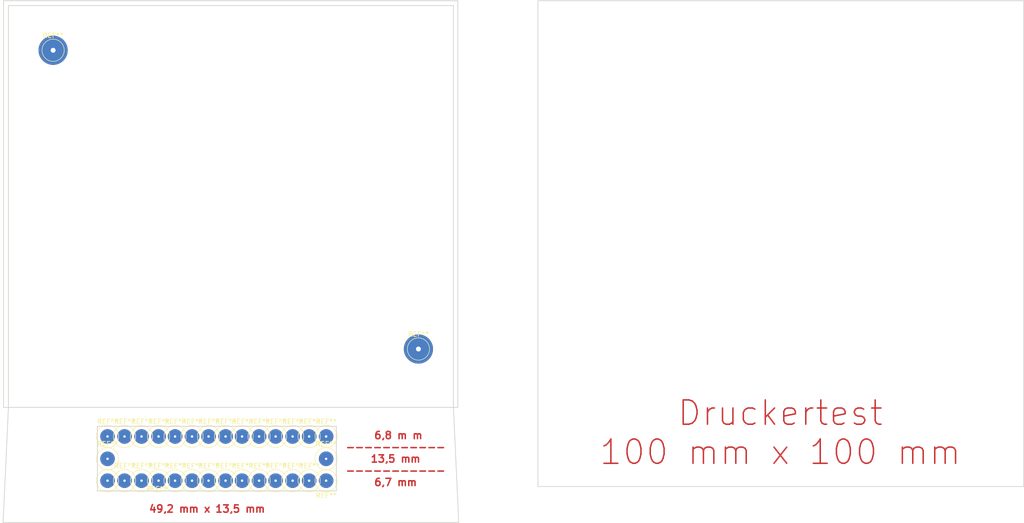
<source format=kicad_pcb>
(kicad_pcb (version 4) (host pcbnew 4.0.7-e2-6376~58~ubuntu16.04.1)

  (general
    (links 0)
    (no_connects 0)
    (area 48.600001 49.924999 260.075001 157.475001)
    (thickness 1.6)
    (drawings 28)
    (tracks 0)
    (zones 0)
    (modules 32)
    (nets 1)
  )

  (page A4)
  (title_block
    (title "SRSEIi Schablone für Aussparung")
    (date 2018-08-04)
    (rev V1.0)
  )

  (layers
    (0 F.Cu signal)
    (31 B.Cu signal)
    (32 B.Adhes user)
    (33 F.Adhes user)
    (34 B.Paste user)
    (35 F.Paste user)
    (36 B.SilkS user)
    (37 F.SilkS user)
    (38 B.Mask user)
    (39 F.Mask user)
    (40 Dwgs.User user)
    (41 Cmts.User user)
    (42 Eco1.User user)
    (43 Eco2.User user)
    (44 Edge.Cuts user)
    (45 Margin user)
    (46 B.CrtYd user)
    (47 F.CrtYd user)
    (48 B.Fab user)
    (49 F.Fab user)
  )

  (setup
    (last_trace_width 0.25)
    (trace_clearance 0.2)
    (zone_clearance 0.508)
    (zone_45_only no)
    (trace_min 0.2)
    (segment_width 0.2)
    (edge_width 0.15)
    (via_size 0.6)
    (via_drill 0.4)
    (via_min_size 0.4)
    (via_min_drill 0.3)
    (uvia_size 0.3)
    (uvia_drill 0.1)
    (uvias_allowed no)
    (uvia_min_size 0.2)
    (uvia_min_drill 0.1)
    (pcb_text_width 0.3)
    (pcb_text_size 1.5 1.5)
    (mod_edge_width 0.15)
    (mod_text_size 1 1)
    (mod_text_width 0.15)
    (pad_size 3 3)
    (pad_drill 0.5)
    (pad_to_mask_clearance 0.2)
    (aux_axis_origin 50 133.7)
    (visible_elements FFFFFF7F)
    (pcbplotparams
      (layerselection 0x00030_80000001)
      (usegerberextensions false)
      (excludeedgelayer true)
      (linewidth 0.100000)
      (plotframeref false)
      (viasonmask false)
      (mode 1)
      (useauxorigin false)
      (hpglpennumber 1)
      (hpglpenspeed 20)
      (hpglpendiameter 15)
      (hpglpenoverlay 2)
      (psnegative false)
      (psa4output false)
      (plotreference true)
      (plotvalue true)
      (plotinvisibletext false)
      (padsonsilk false)
      (subtractmaskfromsilk false)
      (outputformat 1)
      (mirror false)
      (drillshape 0)
      (scaleselection 1)
      (outputdirectory ""))
  )

  (net 0 "")

  (net_class Default "This is the default net class."
    (clearance 0.2)
    (trace_width 0.25)
    (via_dia 0.6)
    (via_drill 0.4)
    (uvia_dia 0.3)
    (uvia_drill 0.1)
  )

  (module Connectors:1pin (layer F.Cu) (tedit 5B6607CC) (tstamp 5B6D2826)
    (at 85.3 139.7)
    (descr "module 1 pin (ou trou mecanique de percage)")
    (tags DEV)
    (fp_text reference REF** (at 0 -3.048) (layer F.SilkS)
      (effects (font (size 1 1) (thickness 0.15)))
    )
    (fp_text value 1pin (at 0 3) (layer F.Fab)
      (effects (font (size 1 1) (thickness 0.15)))
    )
    (fp_circle (center 0 0) (end 2 0.8) (layer F.Fab) (width 0.1))
    (fp_circle (center 0 0) (end 2.6 0) (layer F.CrtYd) (width 0.05))
    (fp_circle (center 0 0) (end 0 -2.286) (layer F.SilkS) (width 0.12))
    (pad 1 thru_hole circle (at 0 0) (size 3 3) (drill 0.5) (layers *.Cu *.Mask))
  )

  (module Connectors:1pin (layer F.Cu) (tedit 5B6607BE) (tstamp 5B6D281F)
    (at 92.2 139.7)
    (descr "module 1 pin (ou trou mecanique de percage)")
    (tags DEV)
    (fp_text reference REF** (at 0 -3.048) (layer F.SilkS)
      (effects (font (size 1 1) (thickness 0.15)))
    )
    (fp_text value 1pin (at 0 3) (layer F.Fab)
      (effects (font (size 1 1) (thickness 0.15)))
    )
    (fp_circle (center 0 0) (end 2 0.8) (layer F.Fab) (width 0.1))
    (fp_circle (center 0 0) (end 2.6 0) (layer F.CrtYd) (width 0.05))
    (fp_circle (center 0 0) (end 0 -2.286) (layer F.SilkS) (width 0.12))
    (pad 1 thru_hole circle (at 0 0) (size 3 3) (drill 0.5) (layers *.Cu *.Mask))
  )

  (module Connectors:1pin (layer F.Cu) (tedit 5B6607DC) (tstamp 5B6D2818)
    (at 78.4 139.7)
    (descr "module 1 pin (ou trou mecanique de percage)")
    (tags DEV)
    (fp_text reference REF** (at 0 -3.048) (layer F.SilkS)
      (effects (font (size 1 1) (thickness 0.15)))
    )
    (fp_text value 1pin (at 0 3) (layer F.Fab)
      (effects (font (size 1 1) (thickness 0.15)))
    )
    (fp_circle (center 0 0) (end 2 0.8) (layer F.Fab) (width 0.1))
    (fp_circle (center 0 0) (end 2.6 0) (layer F.CrtYd) (width 0.05))
    (fp_circle (center 0 0) (end 0 -2.286) (layer F.SilkS) (width 0.12))
    (pad 1 thru_hole circle (at 0 0) (size 3 3) (drill 0.5) (layers *.Cu *.Mask))
  )

  (module Connectors:1pin (layer F.Cu) (tedit 5B6607C5) (tstamp 5B6D2811)
    (at 88.8 139.7)
    (descr "module 1 pin (ou trou mecanique de percage)")
    (tags DEV)
    (fp_text reference REF** (at 0 -3.048) (layer F.SilkS)
      (effects (font (size 1 1) (thickness 0.15)))
    )
    (fp_text value 1pin (at 0 3) (layer F.Fab)
      (effects (font (size 1 1) (thickness 0.15)))
    )
    (fp_circle (center 0 0) (end 2 0.8) (layer F.Fab) (width 0.1))
    (fp_circle (center 0 0) (end 2.6 0) (layer F.CrtYd) (width 0.05))
    (fp_circle (center 0 0) (end 0 -2.286) (layer F.SilkS) (width 0.12))
    (pad 1 thru_hole circle (at 0 0) (size 3 3) (drill 0.5) (layers *.Cu *.Mask))
  )

  (module Connectors:1pin (layer F.Cu) (tedit 5B6607D5) (tstamp 5B6D280A)
    (at 81.9 139.7)
    (descr "module 1 pin (ou trou mecanique de percage)")
    (tags DEV)
    (fp_text reference REF** (at 0 -3.048) (layer F.SilkS)
      (effects (font (size 1 1) (thickness 0.15)))
    )
    (fp_text value 1pin (at 0 3) (layer F.Fab)
      (effects (font (size 1 1) (thickness 0.15)))
    )
    (fp_circle (center 0 0) (end 2 0.8) (layer F.Fab) (width 0.1))
    (fp_circle (center 0 0) (end 2.6 0) (layer F.CrtYd) (width 0.05))
    (fp_circle (center 0 0) (end 0 -2.286) (layer F.SilkS) (width 0.12))
    (pad 1 thru_hole circle (at 0 0) (size 3 3) (drill 0.5) (layers *.Cu *.Mask))
  )

  (module Connectors:1pin (layer F.Cu) (tedit 5B6607E8) (tstamp 5B6D2803)
    (at 74.9 139.7)
    (descr "module 1 pin (ou trou mecanique de percage)")
    (tags DEV)
    (fp_text reference REF** (at 0 -3.048) (layer F.SilkS)
      (effects (font (size 1 1) (thickness 0.15)))
    )
    (fp_text value 1pin (at 0 3) (layer F.Fab)
      (effects (font (size 1 1) (thickness 0.15)))
    )
    (fp_circle (center 0 0) (end 2 0.8) (layer F.Fab) (width 0.1))
    (fp_circle (center 0 0) (end 2.6 0) (layer F.CrtYd) (width 0.05))
    (fp_circle (center 0 0) (end 0 -2.286) (layer F.SilkS) (width 0.12))
    (pad 1 thru_hole circle (at 0 0) (size 3 3) (drill 0.5) (layers *.Cu *.Mask))
  )

  (module Connectors:1pin (layer F.Cu) (tedit 5B66079A) (tstamp 5B6D27FC)
    (at 106 139.7)
    (descr "module 1 pin (ou trou mecanique de percage)")
    (tags DEV)
    (fp_text reference REF** (at 0 -3.048) (layer F.SilkS)
      (effects (font (size 1 1) (thickness 0.15)))
    )
    (fp_text value 1pin (at 0 3) (layer F.Fab)
      (effects (font (size 1 1) (thickness 0.15)))
    )
    (fp_circle (center 0 0) (end 2 0.8) (layer F.Fab) (width 0.1))
    (fp_circle (center 0 0) (end 2.6 0) (layer F.CrtYd) (width 0.05))
    (fp_circle (center 0 0) (end 0 -2.286) (layer F.SilkS) (width 0.12))
    (pad 1 thru_hole circle (at 0 0) (size 3 3) (drill 0.5) (layers *.Cu *.Mask))
  )

  (module Connectors:1pin (layer F.Cu) (tedit 5B6607A3) (tstamp 5B6D27F5)
    (at 102.6 139.7)
    (descr "module 1 pin (ou trou mecanique de percage)")
    (tags DEV)
    (fp_text reference REF** (at 0 -3.048) (layer F.SilkS)
      (effects (font (size 1 1) (thickness 0.15)))
    )
    (fp_text value 1pin (at 0 3) (layer F.Fab)
      (effects (font (size 1 1) (thickness 0.15)))
    )
    (fp_circle (center 0 0) (end 2 0.8) (layer F.Fab) (width 0.1))
    (fp_circle (center 0 0) (end 2.6 0) (layer F.CrtYd) (width 0.05))
    (fp_circle (center 0 0) (end 0 -2.286) (layer F.SilkS) (width 0.12))
    (pad 1 thru_hole circle (at 0 0) (size 3 3) (drill 0.5) (layers *.Cu *.Mask))
  )

  (module Connectors:1pin (layer F.Cu) (tedit 5B660794) (tstamp 5B6D27EE)
    (at 112.9 139.7)
    (descr "module 1 pin (ou trou mecanique de percage)")
    (tags DEV)
    (fp_text reference REF** (at 0 -3.048) (layer F.SilkS)
      (effects (font (size 1 1) (thickness 0.15)))
    )
    (fp_text value 1pin (at 0 3) (layer F.Fab)
      (effects (font (size 1 1) (thickness 0.15)))
    )
    (fp_circle (center 0 0) (end 2 0.8) (layer F.Fab) (width 0.1))
    (fp_circle (center 0 0) (end 2.6 0) (layer F.CrtYd) (width 0.05))
    (fp_circle (center 0 0) (end 0 -2.286) (layer F.SilkS) (width 0.12))
    (pad 1 thru_hole circle (at 0 0) (size 3 3) (drill 0.5) (layers *.Cu *.Mask))
  )

  (module Connectors:1pin (layer F.Cu) (tedit 5B6607B2) (tstamp 5B6D27E7)
    (at 95.7 139.7)
    (descr "module 1 pin (ou trou mecanique de percage)")
    (tags DEV)
    (fp_text reference REF** (at 0 -3.048) (layer F.SilkS)
      (effects (font (size 1 1) (thickness 0.15)))
    )
    (fp_text value 1pin (at 0 3) (layer F.Fab)
      (effects (font (size 1 1) (thickness 0.15)))
    )
    (fp_circle (center 0 0) (end 2 0.8) (layer F.Fab) (width 0.1))
    (fp_circle (center 0 0) (end 2.6 0) (layer F.CrtYd) (width 0.05))
    (fp_circle (center 0 0) (end 0 -2.286) (layer F.SilkS) (width 0.12))
    (pad 1 thru_hole circle (at 0 0) (size 3 3) (drill 0.5) (layers *.Cu *.Mask))
  )

  (module Connectors:1pin (layer F.Cu) (tedit 5B66079A) (tstamp 5B6D27E0)
    (at 109.5 139.7)
    (descr "module 1 pin (ou trou mecanique de percage)")
    (tags DEV)
    (fp_text reference REF** (at 0 -3.048) (layer F.SilkS)
      (effects (font (size 1 1) (thickness 0.15)))
    )
    (fp_text value 1pin (at 0 3) (layer F.Fab)
      (effects (font (size 1 1) (thickness 0.15)))
    )
    (fp_circle (center 0 0) (end 2 0.8) (layer F.Fab) (width 0.1))
    (fp_circle (center 0 0) (end 2.6 0) (layer F.CrtYd) (width 0.05))
    (fp_circle (center 0 0) (end 0 -2.286) (layer F.SilkS) (width 0.12))
    (pad 1 thru_hole circle (at 0 0) (size 3 3) (drill 0.5) (layers *.Cu *.Mask))
  )

  (module Connectors:1pin (layer F.Cu) (tedit 5B6607AB) (tstamp 5B6D27D9)
    (at 99.1 139.7)
    (descr "module 1 pin (ou trou mecanique de percage)")
    (tags DEV)
    (fp_text reference REF** (at 0 -3.048) (layer F.SilkS)
      (effects (font (size 1 1) (thickness 0.15)))
    )
    (fp_text value 1pin (at 0 3) (layer F.Fab)
      (effects (font (size 1 1) (thickness 0.15)))
    )
    (fp_circle (center 0 0) (end 2 0.8) (layer F.Fab) (width 0.1))
    (fp_circle (center 0 0) (end 2.6 0) (layer F.CrtYd) (width 0.05))
    (fp_circle (center 0 0) (end 0 -2.286) (layer F.SilkS) (width 0.12))
    (pad 1 thru_hole circle (at 0 0) (size 3 3) (drill 0.5) (layers *.Cu *.Mask))
  )

  (module Connectors:1pin (layer F.Cu) (tedit 5B66079A) (tstamp 5B6D2706)
    (at 106 148.8)
    (descr "module 1 pin (ou trou mecanique de percage)")
    (tags DEV)
    (fp_text reference REF** (at 0 -3.048) (layer F.SilkS)
      (effects (font (size 1 1) (thickness 0.15)))
    )
    (fp_text value 1pin (at 0 3) (layer F.Fab)
      (effects (font (size 1 1) (thickness 0.15)))
    )
    (fp_circle (center 0 0) (end 2 0.8) (layer F.Fab) (width 0.1))
    (fp_circle (center 0 0) (end 2.6 0) (layer F.CrtYd) (width 0.05))
    (fp_circle (center 0 0) (end 0 -2.286) (layer F.SilkS) (width 0.12))
    (pad 1 thru_hole circle (at 0 0) (size 3 3) (drill 0.5) (layers *.Cu *.Mask))
  )

  (module Connectors:1pin (layer F.Cu) (tedit 5B660787) (tstamp 5B6D2255)
    (at 116.4 144.3)
    (descr "module 1 pin (ou trou mecanique de percage)")
    (tags DEV)
    (fp_text reference REF** (at 0 -3.048) (layer F.SilkS)
      (effects (font (size 1 1) (thickness 0.15)))
    )
    (fp_text value 1pin (at 0 3) (layer F.Fab)
      (effects (font (size 1 1) (thickness 0.15)))
    )
    (fp_circle (center 0 0) (end 2 0.8) (layer F.Fab) (width 0.1))
    (fp_circle (center 0 0) (end 2.6 0) (layer F.CrtYd) (width 0.05))
    (fp_circle (center 0 0) (end 0 -2.286) (layer F.SilkS) (width 0.12))
    (pad 1 thru_hole circle (at 0 0) (size 3 3) (drill 0.5) (layers *.Cu *.Mask))
  )

  (module Connectors:1pin (layer F.Cu) (tedit 5B660794) (tstamp 5B6D2216)
    (at 112.9 148.8)
    (descr "module 1 pin (ou trou mecanique de percage)")
    (tags DEV)
    (fp_text reference REF** (at 0 -3.048) (layer F.SilkS)
      (effects (font (size 1 1) (thickness 0.15)))
    )
    (fp_text value 1pin (at 0 3) (layer F.Fab)
      (effects (font (size 1 1) (thickness 0.15)))
    )
    (fp_circle (center 0 0) (end 2 0.8) (layer F.Fab) (width 0.1))
    (fp_circle (center 0 0) (end 2.6 0) (layer F.CrtYd) (width 0.05))
    (fp_circle (center 0 0) (end 0 -2.286) (layer F.SilkS) (width 0.12))
    (pad 1 thru_hole circle (at 0 0) (size 3 3) (drill 0.5) (layers *.Cu *.Mask))
  )

  (module Connectors:1pin (layer F.Cu) (tedit 5B66079A) (tstamp 5B6D21F6)
    (at 109.5 148.8)
    (descr "module 1 pin (ou trou mecanique de percage)")
    (tags DEV)
    (fp_text reference REF** (at 0 -3.048) (layer F.SilkS)
      (effects (font (size 1 1) (thickness 0.15)))
    )
    (fp_text value 1pin (at 0 3) (layer F.Fab)
      (effects (font (size 1 1) (thickness 0.15)))
    )
    (fp_circle (center 0 0) (end 2 0.8) (layer F.Fab) (width 0.1))
    (fp_circle (center 0 0) (end 2.6 0) (layer F.CrtYd) (width 0.05))
    (fp_circle (center 0 0) (end 0 -2.286) (layer F.SilkS) (width 0.12))
    (pad 1 thru_hole circle (at 0 0) (size 3 3) (drill 0.5) (layers *.Cu *.Mask))
  )

  (module Connectors:1pin (layer F.Cu) (tedit 5B6607A3) (tstamp 5B6D21EF)
    (at 102.6 148.8)
    (descr "module 1 pin (ou trou mecanique de percage)")
    (tags DEV)
    (fp_text reference REF** (at 0 -3.048) (layer F.SilkS)
      (effects (font (size 1 1) (thickness 0.15)))
    )
    (fp_text value 1pin (at 0 3) (layer F.Fab)
      (effects (font (size 1 1) (thickness 0.15)))
    )
    (fp_circle (center 0 0) (end 2 0.8) (layer F.Fab) (width 0.1))
    (fp_circle (center 0 0) (end 2.6 0) (layer F.CrtYd) (width 0.05))
    (fp_circle (center 0 0) (end 0 -2.286) (layer F.SilkS) (width 0.12))
    (pad 1 thru_hole circle (at 0 0) (size 3 3) (drill 0.5) (layers *.Cu *.Mask))
  )

  (module Connectors:1pin (layer F.Cu) (tedit 5B6607AB) (tstamp 5B6D21E8)
    (at 99.1 148.8)
    (descr "module 1 pin (ou trou mecanique de percage)")
    (tags DEV)
    (fp_text reference REF** (at 0 -3.048) (layer F.SilkS)
      (effects (font (size 1 1) (thickness 0.15)))
    )
    (fp_text value 1pin (at 0 3) (layer F.Fab)
      (effects (font (size 1 1) (thickness 0.15)))
    )
    (fp_circle (center 0 0) (end 2 0.8) (layer F.Fab) (width 0.1))
    (fp_circle (center 0 0) (end 2.6 0) (layer F.CrtYd) (width 0.05))
    (fp_circle (center 0 0) (end 0 -2.286) (layer F.SilkS) (width 0.12))
    (pad 1 thru_hole circle (at 0 0) (size 3 3) (drill 0.5) (layers *.Cu *.Mask))
  )

  (module Connectors:1pin (layer F.Cu) (tedit 5B6607B2) (tstamp 5B6D21DA)
    (at 95.7 148.8)
    (descr "module 1 pin (ou trou mecanique de percage)")
    (tags DEV)
    (fp_text reference REF** (at 0 -3.048) (layer F.SilkS)
      (effects (font (size 1 1) (thickness 0.15)))
    )
    (fp_text value 1pin (at 0 3) (layer F.Fab)
      (effects (font (size 1 1) (thickness 0.15)))
    )
    (fp_circle (center 0 0) (end 2 0.8) (layer F.Fab) (width 0.1))
    (fp_circle (center 0 0) (end 2.6 0) (layer F.CrtYd) (width 0.05))
    (fp_circle (center 0 0) (end 0 -2.286) (layer F.SilkS) (width 0.12))
    (pad 1 thru_hole circle (at 0 0) (size 3 3) (drill 0.5) (layers *.Cu *.Mask))
  )

  (module Connectors:1pin (layer F.Cu) (tedit 5B6607BE) (tstamp 5B6D21D3)
    (at 92.2 148.8)
    (descr "module 1 pin (ou trou mecanique de percage)")
    (tags DEV)
    (fp_text reference REF** (at 0 -3.048) (layer F.SilkS)
      (effects (font (size 1 1) (thickness 0.15)))
    )
    (fp_text value 1pin (at 0 3) (layer F.Fab)
      (effects (font (size 1 1) (thickness 0.15)))
    )
    (fp_circle (center 0 0) (end 2 0.8) (layer F.Fab) (width 0.1))
    (fp_circle (center 0 0) (end 2.6 0) (layer F.CrtYd) (width 0.05))
    (fp_circle (center 0 0) (end 0 -2.286) (layer F.SilkS) (width 0.12))
    (pad 1 thru_hole circle (at 0 0) (size 3 3) (drill 0.5) (layers *.Cu *.Mask))
  )

  (module Connectors:1pin (layer F.Cu) (tedit 5B6607C5) (tstamp 5B6D21CC)
    (at 88.8 148.8)
    (descr "module 1 pin (ou trou mecanique de percage)")
    (tags DEV)
    (fp_text reference REF** (at 0 -3.048) (layer F.SilkS)
      (effects (font (size 1 1) (thickness 0.15)))
    )
    (fp_text value 1pin (at 0 3) (layer F.Fab)
      (effects (font (size 1 1) (thickness 0.15)))
    )
    (fp_circle (center 0 0) (end 2 0.8) (layer F.Fab) (width 0.1))
    (fp_circle (center 0 0) (end 2.6 0) (layer F.CrtYd) (width 0.05))
    (fp_circle (center 0 0) (end 0 -2.286) (layer F.SilkS) (width 0.12))
    (pad 1 thru_hole circle (at 0 0) (size 3 3) (drill 0.5) (layers *.Cu *.Mask))
  )

  (module Connectors:1pin (layer F.Cu) (tedit 5B6607CC) (tstamp 5B6D21C5)
    (at 85.3 148.8)
    (descr "module 1 pin (ou trou mecanique de percage)")
    (tags DEV)
    (fp_text reference REF** (at 0 -3.048) (layer F.SilkS)
      (effects (font (size 1 1) (thickness 0.15)))
    )
    (fp_text value 1pin (at 0 3) (layer F.Fab)
      (effects (font (size 1 1) (thickness 0.15)))
    )
    (fp_circle (center 0 0) (end 2 0.8) (layer F.Fab) (width 0.1))
    (fp_circle (center 0 0) (end 2.6 0) (layer F.CrtYd) (width 0.05))
    (fp_circle (center 0 0) (end 0 -2.286) (layer F.SilkS) (width 0.12))
    (pad 1 thru_hole circle (at 0 0) (size 3 3) (drill 0.5) (layers *.Cu *.Mask))
  )

  (module Connectors:1pin (layer F.Cu) (tedit 5B6607D5) (tstamp 5B6D21BE)
    (at 81.9 148.8)
    (descr "module 1 pin (ou trou mecanique de percage)")
    (tags DEV)
    (fp_text reference REF** (at 0 -3.048) (layer F.SilkS)
      (effects (font (size 1 1) (thickness 0.15)))
    )
    (fp_text value 1pin (at 0 3) (layer F.Fab)
      (effects (font (size 1 1) (thickness 0.15)))
    )
    (fp_circle (center 0 0) (end 2 0.8) (layer F.Fab) (width 0.1))
    (fp_circle (center 0 0) (end 2.6 0) (layer F.CrtYd) (width 0.05))
    (fp_circle (center 0 0) (end 0 -2.286) (layer F.SilkS) (width 0.12))
    (pad 1 thru_hole circle (at 0 0) (size 3 3) (drill 0.5) (layers *.Cu *.Mask))
  )

  (module Connectors:1pin (layer F.Cu) (tedit 5B6607DC) (tstamp 5B6D21B7)
    (at 78.4 148.8)
    (descr "module 1 pin (ou trou mecanique de percage)")
    (tags DEV)
    (fp_text reference REF** (at 0 -3.048) (layer F.SilkS)
      (effects (font (size 1 1) (thickness 0.15)))
    )
    (fp_text value 1pin (at 0 3) (layer F.Fab)
      (effects (font (size 1 1) (thickness 0.15)))
    )
    (fp_circle (center 0 0) (end 2 0.8) (layer F.Fab) (width 0.1))
    (fp_circle (center 0 0) (end 2.6 0) (layer F.CrtYd) (width 0.05))
    (fp_circle (center 0 0) (end 0 -2.286) (layer F.SilkS) (width 0.12))
    (pad 1 thru_hole circle (at 0 0) (size 3 3) (drill 0.5) (layers *.Cu *.Mask))
  )

  (module Connectors:1pin (layer F.Cu) (tedit 5B6607E8) (tstamp 5B6D21B0)
    (at 74.9 148.8)
    (descr "module 1 pin (ou trou mecanique de percage)")
    (tags DEV)
    (fp_text reference REF** (at 0 -3.048) (layer F.SilkS)
      (effects (font (size 1 1) (thickness 0.15)))
    )
    (fp_text value 1pin (at 0 3) (layer F.Fab)
      (effects (font (size 1 1) (thickness 0.15)))
    )
    (fp_circle (center 0 0) (end 2 0.8) (layer F.Fab) (width 0.1))
    (fp_circle (center 0 0) (end 2.6 0) (layer F.CrtYd) (width 0.05))
    (fp_circle (center 0 0) (end 0 -2.286) (layer F.SilkS) (width 0.12))
    (pad 1 thru_hole circle (at 0 0) (size 3 3) (drill 0.5) (layers *.Cu *.Mask))
  )

  (module Connectors:1pin (layer F.Cu) (tedit 5B6607F4) (tstamp 5B6D21A9)
    (at 71.4 144.3)
    (descr "module 1 pin (ou trou mecanique de percage)")
    (tags DEV)
    (fp_text reference REF** (at 0 -3.048) (layer F.SilkS)
      (effects (font (size 1 1) (thickness 0.15)))
    )
    (fp_text value 1pin (at 0 3) (layer F.Fab)
      (effects (font (size 1 1) (thickness 0.15)))
    )
    (fp_circle (center 0 0) (end 2 0.8) (layer F.Fab) (width 0.1))
    (fp_circle (center 0 0) (end 2.6 0) (layer F.CrtYd) (width 0.05))
    (fp_circle (center 0 0) (end 0 -2.286) (layer F.SilkS) (width 0.12))
    (pad 1 thru_hole circle (at 0 0) (size 3 3) (drill 0.5) (layers *.Cu *.Mask))
  )

  (module Connectors:1pin (layer F.Cu) (tedit 5B66077D) (tstamp 5B6D203F)
    (at 116.4 139.7)
    (descr "module 1 pin (ou trou mecanique de percage)")
    (tags DEV)
    (fp_text reference REF** (at 0 -3.048) (layer F.SilkS)
      (effects (font (size 1 1) (thickness 0.15)))
    )
    (fp_text value 1pin (at 0 3) (layer F.Fab)
      (effects (font (size 1 1) (thickness 0.15)))
    )
    (fp_circle (center 0 0) (end 2 0.8) (layer F.Fab) (width 0.1))
    (fp_circle (center 0 0) (end 2.6 0) (layer F.CrtYd) (width 0.05))
    (fp_circle (center 0 0) (end 0 -2.286) (layer F.SilkS) (width 0.12))
    (pad 1 thru_hole circle (at 0 0) (size 3 3) (drill 0.5) (layers *.Cu *.Mask))
  )

  (module Connectors:1pin (layer F.Cu) (tedit 5B66078D) (tstamp 5B6D2038)
    (at 116.4 148.8 180)
    (descr "module 1 pin (ou trou mecanique de percage)")
    (tags DEV)
    (fp_text reference REF** (at 0 -3.048 180) (layer F.SilkS)
      (effects (font (size 1 1) (thickness 0.15)))
    )
    (fp_text value 1pin (at 0 3 180) (layer F.Fab)
      (effects (font (size 1 1) (thickness 0.15)))
    )
    (fp_circle (center 0 0) (end 2 0.8) (layer F.Fab) (width 0.1))
    (fp_circle (center 0 0) (end 2.6 0) (layer F.CrtYd) (width 0.05))
    (fp_circle (center 0 0) (end 0 -2.286) (layer F.SilkS) (width 0.12))
    (pad 1 thru_hole circle (at 0 0 180) (size 3 3) (drill 0.5) (layers *.Cu *.Mask))
  )

  (module Connectors:1pin (layer F.Cu) (tedit 5B6607EE) (tstamp 5B6D2031)
    (at 71.4 148.8)
    (descr "module 1 pin (ou trou mecanique de percage)")
    (tags DEV)
    (fp_text reference REF** (at 10.1 1.7) (layer F.SilkS)
      (effects (font (size 1 1) (thickness 0.15)))
    )
    (fp_text value 1pin (at 0 3) (layer F.Fab)
      (effects (font (size 1 1) (thickness 0.15)))
    )
    (fp_circle (center 0 0) (end 2 0.8) (layer F.Fab) (width 0.1))
    (fp_circle (center 0 0) (end 2.6 0) (layer F.CrtYd) (width 0.05))
    (fp_circle (center 0 0) (end 0 -2.286) (layer F.SilkS) (width 0.12))
    (pad 1 thru_hole circle (at 0 0) (size 3 3) (drill 0.5) (layers *.Cu *.Mask))
  )

  (module Connectors:1pin (layer F.Cu) (tedit 5B6606D6) (tstamp 5B6D2018)
    (at 71.4 139.7)
    (descr "module 1 pin (ou trou mecanique de percage)")
    (tags DEV)
    (fp_text reference REF** (at 0 -3.048) (layer F.SilkS)
      (effects (font (size 1 1) (thickness 0.15)))
    )
    (fp_text value 1pin (at 0 3) (layer F.Fab)
      (effects (font (size 1 1) (thickness 0.15)))
    )
    (fp_circle (center 0 0) (end 2 0.8) (layer F.Fab) (width 0.1))
    (fp_circle (center 0 0) (end 2.6 0) (layer F.CrtYd) (width 0.05))
    (fp_circle (center 0 0) (end 0 -2.286) (layer F.SilkS) (width 0.12))
    (pad 1 thru_hole circle (at 0 0) (size 3 3) (drill 0.5) (layers *.Cu *.Mask))
  )

  (module Connectors:1pin (layer F.Cu) (tedit 5B65DDD2) (tstamp 5B6D1FDB)
    (at 135.4 121.7)
    (descr "module 1 pin (ou trou mecanique de percage)")
    (tags DEV)
    (fp_text reference REF** (at 0 -3.048) (layer F.SilkS)
      (effects (font (size 1 1) (thickness 0.15)))
    )
    (fp_text value 1pin (at 0 3) (layer F.Fab)
      (effects (font (size 1 1) (thickness 0.15)))
    )
    (fp_circle (center 0 0) (end 2 0.8) (layer F.Fab) (width 0.1))
    (fp_circle (center 0 0) (end 2.6 0) (layer F.CrtYd) (width 0.05))
    (fp_circle (center 0 0) (end 0 -2.286) (layer F.SilkS) (width 0.12))
    (pad 1 thru_hole circle (at 0 0) (size 6 6) (drill 1) (layers *.Cu *.Mask))
  )

  (module Connectors:1pin (layer F.Cu) (tedit 5B65DDD2) (tstamp 5B6D1FC0)
    (at 60.2 60.2)
    (descr "module 1 pin (ou trou mecanique de percage)")
    (tags DEV)
    (fp_text reference REF** (at 0 -3.048) (layer F.SilkS)
      (effects (font (size 1 1) (thickness 0.15)))
    )
    (fp_text value 1pin (at 0 3) (layer F.Fab)
      (effects (font (size 1 1) (thickness 0.15)))
    )
    (fp_circle (center 0 0) (end 2 0.8) (layer F.Fab) (width 0.1))
    (fp_circle (center 0 0) (end 2.6 0) (layer F.CrtYd) (width 0.05))
    (fp_circle (center 0 0) (end 0 -2.286) (layer F.SilkS) (width 0.12))
    (pad 1 thru_hole circle (at 0 0) (size 6 6) (drill 1) (layers *.Cu *.Mask))
  )

  (gr_text " 6,8 m m\n-----------\n13,5 mm\n-----------\n6,7 mm" (at 130.7 144.3) (layer F.Cu)
    (effects (font (size 1.5 1.5) (thickness 0.3)))
  )
  (gr_text "49,2 mm x 13,5 mm" (at 91.9 154.6) (layer F.Cu)
    (effects (font (size 1.5 1.5) (thickness 0.3)))
  )
  (dimension 13.2 (width 0.3) (layer Dwgs.User)
    (gr_text "13,200 mm" (at 59.65 144.2 90) (layer Dwgs.User)
      (effects (font (size 1.5 1.5) (thickness 0.3)))
    )
    (feature1 (pts (xy 69.3 137.6) (xy 58.3 137.6)))
    (feature2 (pts (xy 69.3 150.8) (xy 58.3 150.8)))
    (crossbar (pts (xy 61 150.8) (xy 61 137.6)))
    (arrow1a (pts (xy 61 137.6) (xy 61.586421 138.726504)))
    (arrow1b (pts (xy 61 137.6) (xy 60.413579 138.726504)))
    (arrow2a (pts (xy 61 150.8) (xy 61.586421 149.673496)))
    (arrow2b (pts (xy 61 150.8) (xy 60.413579 149.673496)))
  )
  (dimension 6.5 (width 0.3) (layer Dwgs.User)
    (gr_text "6,500 mm" (at 63.95 154.15 270) (layer Dwgs.User)
      (effects (font (size 1.5 1.5) (thickness 0.3)))
    )
    (feature1 (pts (xy 69.3 157.4) (xy 62.6 157.4)))
    (feature2 (pts (xy 69.3 150.9) (xy 62.6 150.9)))
    (crossbar (pts (xy 65.3 150.9) (xy 65.3 157.4)))
    (arrow1a (pts (xy 65.3 157.4) (xy 64.713579 156.273496)))
    (arrow1b (pts (xy 65.3 157.4) (xy 65.886421 156.273496)))
    (arrow2a (pts (xy 65.3 150.9) (xy 64.713579 152.026504)))
    (arrow2b (pts (xy 65.3 150.9) (xy 65.886421 152.026504)))
  )
  (gr_text "Druckertest\n100 mm x 100 mm" (at 209.9 138.9) (layer F.Cu)
    (effects (font (size 5 5) (thickness 0.3)))
  )
  (dimension 97.145715 (width 0.3) (layer Dwgs.User)
    (gr_text "97,146 mm" (at 104.155392 83.178855 320.7230424) (layer Dwgs.User)
      (effects (font (size 1.5 1.5) (thickness 0.3)))
    )
    (feature1 (pts (xy 60.2 60.2) (xy 67.410036 51.383827)))
    (feature2 (pts (xy 135.4 121.7) (xy 142.610036 112.883827)))
    (crossbar (pts (xy 140.900748 114.973883) (xy 65.700748 53.473883)))
    (arrow1a (pts (xy 65.700748 53.473883) (xy 66.944014 53.733093)))
    (arrow1b (pts (xy 65.700748 53.473883) (xy 66.201524 54.640984)))
    (arrow2a (pts (xy 140.900748 114.973883) (xy 140.399972 113.806782)))
    (arrow2b (pts (xy 140.900748 114.973883) (xy 139.657482 114.714673)))
  )
  (gr_line (start 160 150) (end 160 50) (layer Edge.Cuts) (width 0.15))
  (gr_line (start 260 150) (end 160 150) (layer Edge.Cuts) (width 0.15))
  (gr_line (start 260 50) (end 260 150) (layer Edge.Cuts) (width 0.15))
  (gr_line (start 160 50) (end 260 50) (layer Edge.Cuts) (width 0.15))
  (gr_line (start 51 133.7) (end 49.9 157.4) (layer Edge.Cuts) (width 0.15))
  (gr_line (start 143.7 157.4) (end 142.6 133.7) (layer Edge.Cuts) (width 0.15))
  (gr_line (start 143.7 157.4) (end 49.9 157.4) (layer Edge.Cuts) (width 0.15))
  (gr_line (start 142.6 132.7) (end 142.6 133.7) (layer Edge.Cuts) (width 0.15))
  (gr_line (start 51 132.7) (end 51 133.7) (layer Edge.Cuts) (width 0.15))
  (gr_line (start 51 132.7) (end 51 51) (layer Edge.Cuts) (width 0.15))
  (gr_line (start 142.6 51) (end 142.6 132.7) (layer Edge.Cuts) (width 0.15))
  (gr_line (start 51 51) (end 142.6 51) (layer Edge.Cuts) (width 0.15))
  (gr_line (start 118.5 137.6) (end 118.5 150.9) (layer Edge.Cuts) (width 0.15) (tstamp 5B6D2015))
  (gr_line (start 69.3 150.9) (end 118.5 150.9) (layer Edge.Cuts) (width 0.15) (tstamp 5B6D2010))
  (dimension 10.2 (width 0.3) (layer Dwgs.User)
    (gr_text "10,200 mm" (at 65.05 55.1 90) (layer Dwgs.User)
      (effects (font (size 1.5 1.5) (thickness 0.3)))
    )
    (feature1 (pts (xy 60.2 50) (xy 66.4 50)))
    (feature2 (pts (xy 60.2 60.2) (xy 66.4 60.2)))
    (crossbar (pts (xy 63.7 60.2) (xy 63.7 50)))
    (arrow1a (pts (xy 63.7 50) (xy 64.286421 51.126504)))
    (arrow1b (pts (xy 63.7 50) (xy 63.113579 51.126504)))
    (arrow2a (pts (xy 63.7 60.2) (xy 64.286421 59.073496)))
    (arrow2b (pts (xy 63.7 60.2) (xy 63.113579 59.073496)))
  )
  (dimension 10.2 (width 0.3) (layer Dwgs.User)
    (gr_text "10,200 mm" (at 55.1 63.25) (layer Dwgs.User)
      (effects (font (size 1.5 1.5) (thickness 0.3)))
    )
    (feature1 (pts (xy 50 60.2) (xy 50 64.6)))
    (feature2 (pts (xy 60.2 60.2) (xy 60.2 64.6)))
    (crossbar (pts (xy 60.2 61.9) (xy 50 61.9)))
    (arrow1a (pts (xy 50 61.9) (xy 51.126504 61.313579)))
    (arrow1b (pts (xy 50 61.9) (xy 51.126504 62.486421)))
    (arrow2a (pts (xy 60.2 61.9) (xy 59.073496 61.313579)))
    (arrow2b (pts (xy 60.2 61.9) (xy 59.073496 62.486421)))
  )
  (gr_line (start 69.3 137.6) (end 69.3 150.9) (layer Edge.Cuts) (width 0.15))
  (gr_line (start 69.3 137.6) (end 118.5 137.6) (layer Edge.Cuts) (width 0.15))
  (gr_line (start 50 50) (end 50 133.7) (layer Edge.Cuts) (width 0.15) (tstamp 5B6D1FAA))
  (gr_line (start 50 133.7) (end 143.5 133.7) (layer Edge.Cuts) (width 0.15) (tstamp 5B6D1FA1))
  (gr_line (start 143.5 50) (end 143.5 133.7) (layer Edge.Cuts) (width 0.15))
  (gr_line (start 50 50) (end 143.5 50) (layer Edge.Cuts) (width 0.15))

)

</source>
